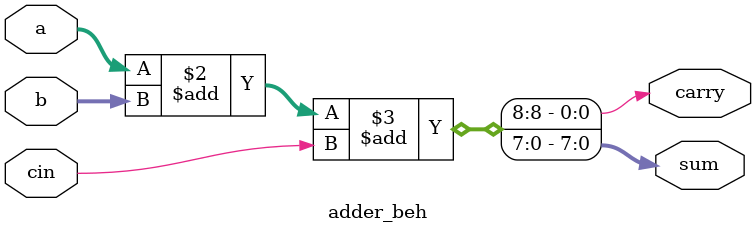
<source format=v>
module adder_beh(sum,carry,a,b,cin);
	input [7:0] a,b;
	input cin;
	output [7:0] sum; reg[7:0] sum;
	output carry; reg carry;
	always@(a,b,cin)
	begin
		{carry,sum}=a+b+cin;
	end
endmodule
</source>
